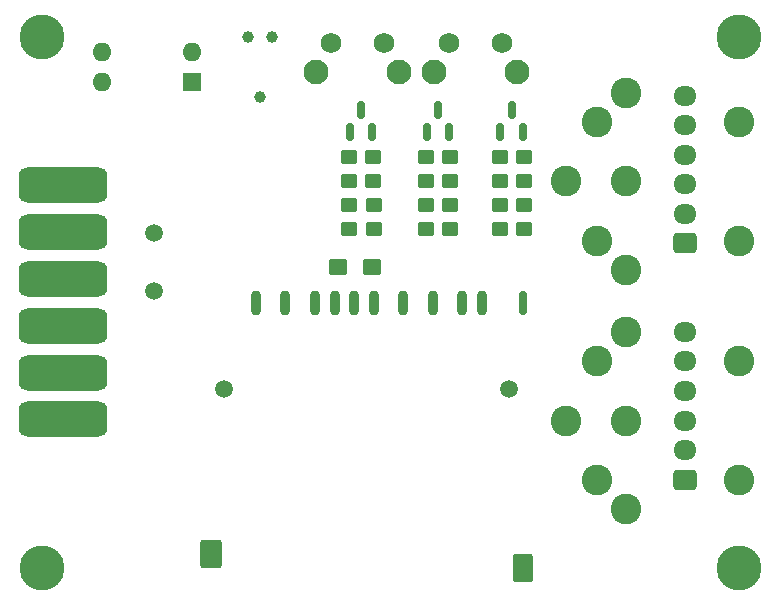
<source format=gbs>
%TF.GenerationSoftware,KiCad,Pcbnew,(6.0.7)*%
%TF.CreationDate,2022-09-18T21:03:07-04:00*%
%TF.ProjectId,SD2IEC,53443249-4543-42e6-9b69-6361645f7063,A*%
%TF.SameCoordinates,Original*%
%TF.FileFunction,Soldermask,Bot*%
%TF.FilePolarity,Negative*%
%FSLAX46Y46*%
G04 Gerber Fmt 4.6, Leading zero omitted, Abs format (unit mm)*
G04 Created by KiCad (PCBNEW (6.0.7)) date 2022-09-18 21:03:07*
%MOMM*%
%LPD*%
G01*
G04 APERTURE LIST*
G04 Aperture macros list*
%AMRoundRect*
0 Rectangle with rounded corners*
0 $1 Rounding radius*
0 $2 $3 $4 $5 $6 $7 $8 $9 X,Y pos of 4 corners*
0 Add a 4 corners polygon primitive as box body*
4,1,4,$2,$3,$4,$5,$6,$7,$8,$9,$2,$3,0*
0 Add four circle primitives for the rounded corners*
1,1,$1+$1,$2,$3*
1,1,$1+$1,$4,$5*
1,1,$1+$1,$6,$7*
1,1,$1+$1,$8,$9*
0 Add four rect primitives between the rounded corners*
20,1,$1+$1,$2,$3,$4,$5,0*
20,1,$1+$1,$4,$5,$6,$7,0*
20,1,$1+$1,$6,$7,$8,$9,0*
20,1,$1+$1,$8,$9,$2,$3,0*%
G04 Aperture macros list end*
%ADD10C,3.800000*%
%ADD11C,0.990600*%
%ADD12C,1.500000*%
%ADD13R,1.600000X1.600000*%
%ADD14O,1.600000X1.600000*%
%ADD15C,2.600000*%
%ADD16C,2.100000*%
%ADD17C,1.750000*%
%ADD18RoundRect,0.750000X-3.000000X0.750000X-3.000000X-0.750000X3.000000X-0.750000X3.000000X0.750000X0*%
%ADD19RoundRect,0.250000X0.725000X-0.600000X0.725000X0.600000X-0.725000X0.600000X-0.725000X-0.600000X0*%
%ADD20O,1.950000X1.700000*%
%ADD21RoundRect,0.250000X0.450000X-0.350000X0.450000X0.350000X-0.450000X0.350000X-0.450000X-0.350000X0*%
%ADD22RoundRect,0.250000X-0.450000X0.350000X-0.450000X-0.350000X0.450000X-0.350000X0.450000X0.350000X0*%
%ADD23RoundRect,0.150000X0.150000X-0.587500X0.150000X0.587500X-0.150000X0.587500X-0.150000X-0.587500X0*%
%ADD24RoundRect,0.250000X0.537500X0.425000X-0.537500X0.425000X-0.537500X-0.425000X0.537500X-0.425000X0*%
%ADD25RoundRect,0.250400X0.149600X0.749600X-0.149600X0.749600X-0.149600X-0.749600X0.149600X-0.749600X0*%
%ADD26RoundRect,0.249900X0.100100X0.750100X-0.100100X0.750100X-0.100100X-0.750100X0.100100X-0.750100X0*%
%ADD27RoundRect,0.250200X0.649800X0.949800X-0.649800X0.949800X-0.649800X-0.949800X0.649800X-0.949800X0*%
%ADD28RoundRect,0.249900X0.600100X0.950100X-0.600100X0.950100X-0.600100X-0.950100X0.600100X-0.950100X0*%
G04 APERTURE END LIST*
D10*
X145320000Y-81160000D03*
X86320000Y-81160000D03*
X145320000Y-126160000D03*
X86320000Y-126160000D03*
D11*
X103759000Y-81200000D03*
X104775000Y-86280000D03*
X105791000Y-81200000D03*
D12*
X95820000Y-102660000D03*
X95820000Y-97780000D03*
D13*
X99017500Y-85015000D03*
D14*
X99017500Y-82475000D03*
X91397500Y-82475000D03*
X91397500Y-85015000D03*
D15*
X130720000Y-93422000D03*
X133320000Y-98422000D03*
X133320000Y-88422000D03*
X135820000Y-100922000D03*
X135820000Y-93422000D03*
X135820000Y-85922000D03*
X145320000Y-88422000D03*
X145320000Y-98422000D03*
X130720000Y-113660000D03*
X133320000Y-118660000D03*
X133320000Y-108660000D03*
X135820000Y-121160000D03*
X135820000Y-113660000D03*
X135820000Y-106160000D03*
X145320000Y-118660000D03*
X145320000Y-108660000D03*
D16*
X109570000Y-84150000D03*
X116580000Y-84150000D03*
D17*
X110820000Y-81660000D03*
X115320000Y-81660000D03*
D16*
X119570000Y-84150000D03*
X126580000Y-84150000D03*
D17*
X120820000Y-81660000D03*
X125320000Y-81660000D03*
D18*
X88108000Y-113560000D03*
X88108000Y-109600000D03*
X88108000Y-105640000D03*
X88108000Y-101680000D03*
X88108000Y-97720000D03*
X88108000Y-93760000D03*
D19*
X140820000Y-118660000D03*
D20*
X140820000Y-116160000D03*
X140820000Y-113660000D03*
X140820000Y-111160000D03*
X140820000Y-108660000D03*
X140820000Y-106160000D03*
D19*
X140820000Y-98660000D03*
D20*
X140820000Y-96160000D03*
X140820000Y-93660000D03*
X140820000Y-91160000D03*
X140820000Y-88660000D03*
X140820000Y-86160000D03*
D21*
X127127000Y-97440000D03*
X127127000Y-95440000D03*
X125095000Y-95440000D03*
X125095000Y-97440000D03*
D22*
X127127000Y-91376000D03*
X127127000Y-93376000D03*
D21*
X125095000Y-93376000D03*
X125095000Y-91376000D03*
X120904000Y-95440000D03*
X120904000Y-97440000D03*
X118872000Y-97440000D03*
X118872000Y-95440000D03*
D22*
X120904000Y-91376000D03*
X120904000Y-93376000D03*
D21*
X118872000Y-93376000D03*
X118872000Y-91376000D03*
X114427000Y-95440000D03*
X114427000Y-97440000D03*
X112354001Y-95440000D03*
X112354001Y-97440000D03*
D22*
X114386001Y-91376000D03*
X114386001Y-93376000D03*
D21*
X112354001Y-91376000D03*
X112354001Y-93376000D03*
D23*
X127061000Y-89249500D03*
X125161000Y-89249500D03*
X126111000Y-87374500D03*
X120838000Y-89249500D03*
X118938000Y-89249500D03*
X119888000Y-87374500D03*
X114320001Y-89249500D03*
X112420001Y-89249500D03*
X113370001Y-87374500D03*
D24*
X114257500Y-100660000D03*
X111382500Y-100660000D03*
D12*
X125920000Y-110952000D03*
X101720000Y-110952000D03*
D25*
X106940000Y-103752000D03*
X109440000Y-103752000D03*
X112740000Y-103752000D03*
X114440000Y-103752000D03*
X116940000Y-103752000D03*
X119440000Y-103752000D03*
X121870000Y-103752000D03*
X123570000Y-103752000D03*
X104440000Y-103752000D03*
X111140000Y-103752000D03*
D26*
X127060000Y-103752000D03*
D27*
X100620000Y-124952000D03*
D28*
X127070000Y-126152000D03*
M02*

</source>
